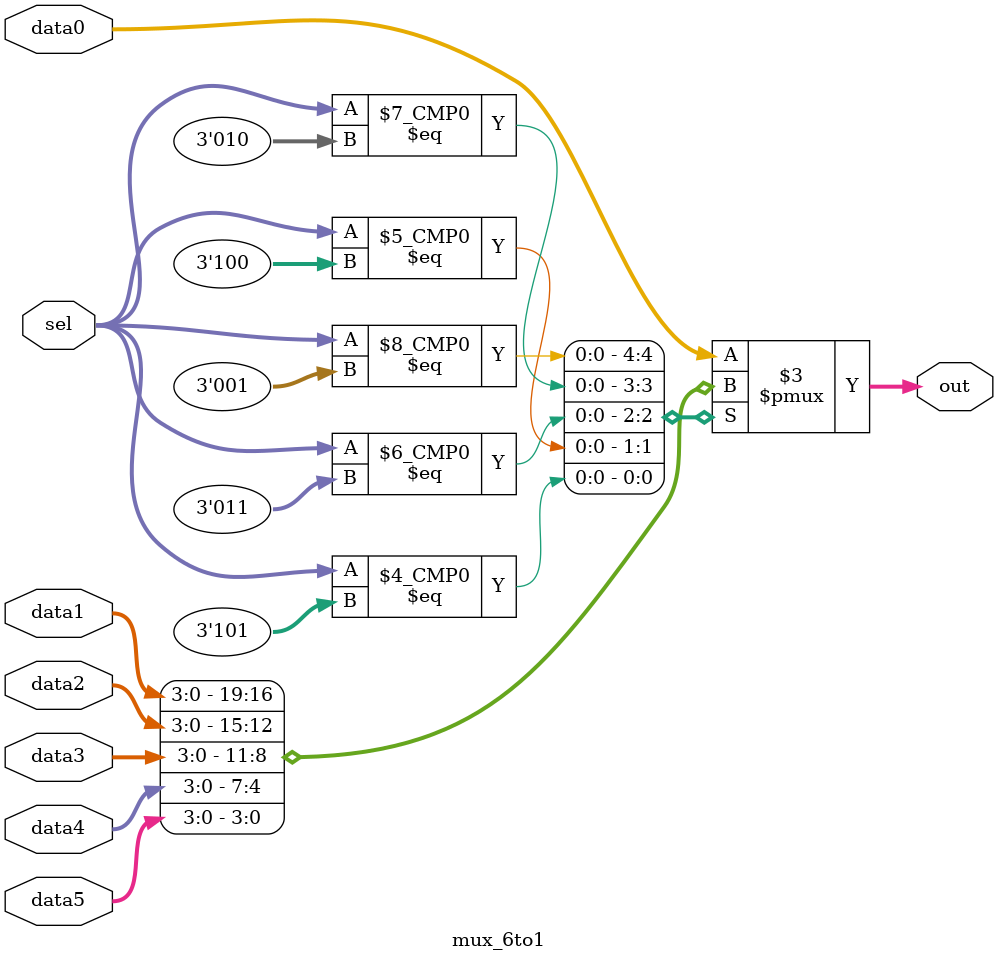
<source format=v>
module top_module (
    input a,
    input b,
    input sel_b1,
    input sel_b2,
    input clk,
    input [2:0] sel, 
    input [3:0] data0,
    input [3:0] data1,
    input [3:0] data2,
    input [3:0] data3,
    input [3:0] data4,
    input [3:0] data5,
    output reg [7:0] sum_out
);

reg out_2to1_mux;
wire [3:0] out_6to1_mux;

always @(posedge clk) begin
    if (sel_b1 && sel_b2)
        out_2to1_mux <= b;
    else
        out_2to1_mux <= a;
end

mux_6to1 mux_inst (
    .sel(sel),
    .data0(data0),
    .data1(data1),
    .data2(data2),
    .data3(data3),
    .data4(data4),
    .data5(data5),
    .out(out_6to1_mux)
);

always @(posedge clk) begin
    sum_out <= out_2to1_mux + out_6to1_mux;
end

endmodule

module mux_6to1 (
    input [2:0] sel,
    input [3:0] data0,
    input [3:0] data1,
    input [3:0] data2,
    input [3:0] data3,
    input [3:0] data4,
    input [3:0] data5,
    output reg [3:0] out
);

always @(*) begin
    case (sel)
        3'b000: out = data0;
        3'b001: out = data1;
        3'b010: out = data2;
        3'b011: out = data3;
        3'b100: out = data4;
        3'b101: out = data5;
        default: out = data0;
    endcase
end

endmodule
</source>
